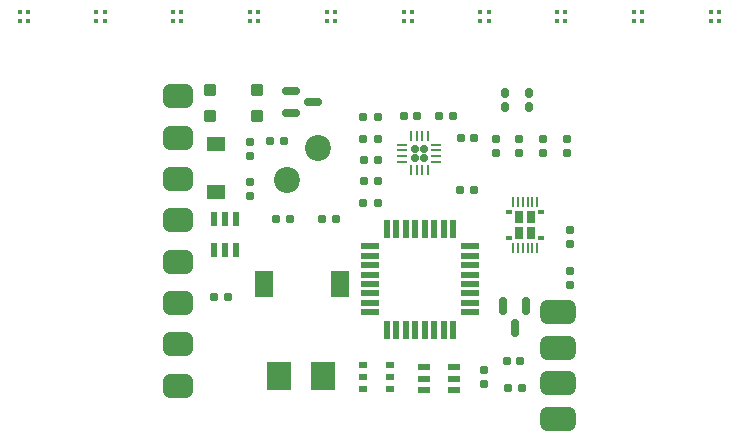
<source format=gtp>
G04 #@! TF.GenerationSoftware,KiCad,Pcbnew,(7.0.0)*
G04 #@! TF.CreationDate,2024-02-07T16:47:37+08:00*
G04 #@! TF.ProjectId,revopod1,7265766f-706f-4643-912e-6b696361645f,rev?*
G04 #@! TF.SameCoordinates,Original*
G04 #@! TF.FileFunction,Paste,Top*
G04 #@! TF.FilePolarity,Positive*
%FSLAX46Y46*%
G04 Gerber Fmt 4.6, Leading zero omitted, Abs format (unit mm)*
G04 Created by KiCad (PCBNEW (7.0.0)) date 2024-02-07 16:47:37*
%MOMM*%
%LPD*%
G01*
G04 APERTURE LIST*
G04 Aperture macros list*
%AMRoundRect*
0 Rectangle with rounded corners*
0 $1 Rounding radius*
0 $2 $3 $4 $5 $6 $7 $8 $9 X,Y pos of 4 corners*
0 Add a 4 corners polygon primitive as box body*
4,1,4,$2,$3,$4,$5,$6,$7,$8,$9,$2,$3,0*
0 Add four circle primitives for the rounded corners*
1,1,$1+$1,$2,$3*
1,1,$1+$1,$4,$5*
1,1,$1+$1,$6,$7*
1,1,$1+$1,$8,$9*
0 Add four rect primitives between the rounded corners*
20,1,$1+$1,$2,$3,$4,$5,0*
20,1,$1+$1,$4,$5,$6,$7,0*
20,1,$1+$1,$6,$7,$8,$9,0*
20,1,$1+$1,$8,$9,$2,$3,0*%
G04 Aperture macros list end*
%ADD10RoundRect,0.160000X0.160000X-0.222500X0.160000X0.222500X-0.160000X0.222500X-0.160000X-0.222500X0*%
%ADD11RoundRect,0.160000X-0.197500X-0.160000X0.197500X-0.160000X0.197500X0.160000X-0.197500X0.160000X0*%
%ADD12RoundRect,0.160000X0.197500X0.160000X-0.197500X0.160000X-0.197500X-0.160000X0.197500X-0.160000X0*%
%ADD13RoundRect,0.160000X-0.160000X-0.160000X0.160000X-0.160000X0.160000X0.160000X-0.160000X0.160000X0*%
%ADD14RoundRect,0.062500X-0.375000X-0.062500X0.375000X-0.062500X0.375000X0.062500X-0.375000X0.062500X0*%
%ADD15RoundRect,0.062500X-0.062500X-0.375000X0.062500X-0.375000X0.062500X0.375000X-0.062500X0.375000X0*%
%ADD16RoundRect,0.087500X0.087500X-0.087500X0.087500X0.087500X-0.087500X0.087500X-0.087500X-0.087500X0*%
%ADD17RoundRect,0.155000X-0.212500X-0.155000X0.212500X-0.155000X0.212500X0.155000X-0.212500X0.155000X0*%
%ADD18RoundRect,0.500000X-1.000000X-0.500000X1.000000X-0.500000X1.000000X0.500000X-1.000000X0.500000X0*%
%ADD19RoundRect,0.155000X0.212500X0.155000X-0.212500X0.155000X-0.212500X-0.155000X0.212500X-0.155000X0*%
%ADD20RoundRect,0.160000X-0.160000X0.197500X-0.160000X-0.197500X0.160000X-0.197500X0.160000X0.197500X0*%
%ADD21R,1.100000X0.600000*%
%ADD22C,2.200000*%
%ADD23R,1.500000X2.200000*%
%ADD24RoundRect,0.160000X0.160000X-0.197500X0.160000X0.197500X-0.160000X0.197500X-0.160000X-0.197500X0*%
%ADD25RoundRect,0.155000X0.155000X-0.212500X0.155000X0.212500X-0.155000X0.212500X-0.155000X-0.212500X0*%
%ADD26RoundRect,0.500000X-0.750000X-0.500000X0.750000X-0.500000X0.750000X0.500000X-0.750000X0.500000X0*%
%ADD27RoundRect,0.150000X-0.587500X-0.150000X0.587500X-0.150000X0.587500X0.150000X-0.587500X0.150000X0*%
%ADD28RoundRect,0.150000X-0.150000X0.587500X-0.150000X-0.587500X0.150000X-0.587500X0.150000X0.587500X0*%
%ADD29R,0.600000X1.200000*%
%ADD30RoundRect,0.100000X-0.400000X-0.400000X0.400000X-0.400000X0.400000X0.400000X-0.400000X0.400000X0*%
%ADD31R,2.000000X2.400000*%
%ADD32R,0.699000X0.508000*%
%ADD33R,1.600000X0.550000*%
%ADD34R,0.550000X1.600000*%
%ADD35R,1.500000X1.300000*%
%ADD36R,0.200000X0.200000*%
%ADD37O,0.200000X0.850000*%
%ADD38R,0.575000X0.400000*%
%ADD39R,0.775000X1.100000*%
G04 APERTURE END LIST*
D10*
X129500000Y-107072500D03*
X129500000Y-105927500D03*
D11*
X117502500Y-108000000D03*
X118697500Y-108000000D03*
D12*
X130900000Y-130900000D03*
X129705000Y-130900000D03*
D13*
X121850000Y-110640000D03*
X121850000Y-111440000D03*
X122650000Y-110640000D03*
X122650000Y-111440000D03*
D14*
X120812500Y-110290000D03*
X120812500Y-110790000D03*
X120812500Y-111290000D03*
X120812500Y-111790000D03*
D15*
X121500000Y-112477500D03*
X122000000Y-112477500D03*
X122500000Y-112477500D03*
X123000000Y-112477500D03*
D14*
X123687500Y-111790000D03*
X123687500Y-111290000D03*
X123687500Y-110790000D03*
X123687500Y-110290000D03*
D15*
X123000000Y-109602500D03*
X122500000Y-109602500D03*
X122000000Y-109602500D03*
X121500000Y-109602500D03*
D12*
X118697500Y-109800000D03*
X117502500Y-109800000D03*
D16*
X127400000Y-99800000D03*
X127400000Y-99100000D03*
X128100000Y-99800000D03*
X128100000Y-99100000D03*
D17*
X129665000Y-128600000D03*
X130800000Y-128600000D03*
D18*
X134000000Y-133500000D03*
X134000000Y-130500000D03*
D19*
X126867500Y-109700000D03*
X125732500Y-109700000D03*
D16*
X107900000Y-99800000D03*
X107900000Y-99100000D03*
X108600000Y-99800000D03*
X108600000Y-99100000D03*
D19*
X122067500Y-107900000D03*
X120932500Y-107900000D03*
D20*
X107900000Y-110067500D03*
X107900000Y-111262500D03*
D12*
X115197500Y-116600000D03*
X114002500Y-116600000D03*
D21*
X122599999Y-129149999D03*
X122599999Y-130099999D03*
X122599999Y-131049999D03*
X125199999Y-131049999D03*
X125199999Y-130099999D03*
X125199999Y-129149999D03*
D12*
X111297500Y-116600000D03*
X110102500Y-116600000D03*
D22*
X113682683Y-110583570D03*
X111051317Y-113308430D03*
D23*
X109099999Y-122099999D03*
X115499999Y-122099999D03*
D24*
X127700000Y-130597500D03*
X127700000Y-129402500D03*
X128710000Y-110997500D03*
X128710000Y-109802500D03*
D12*
X126897500Y-114100000D03*
X125702500Y-114100000D03*
D25*
X107900000Y-114635000D03*
X107900000Y-113500000D03*
D26*
X101800000Y-106200000D03*
X101800000Y-109700000D03*
X101800000Y-113200000D03*
X101800000Y-116700000D03*
X101800000Y-120200000D03*
X101800000Y-123700000D03*
X101800000Y-127200000D03*
X101800000Y-130700000D03*
D12*
X118710000Y-113397500D03*
X117515000Y-113397500D03*
D27*
X111362500Y-105750000D03*
X111362500Y-107650000D03*
X113237500Y-106700000D03*
D16*
X94900000Y-99800000D03*
X94900000Y-99100000D03*
X95600000Y-99800000D03*
X95600000Y-99100000D03*
D28*
X131250000Y-123962500D03*
X129350000Y-123962500D03*
X130300000Y-125837500D03*
D29*
X104849999Y-119199999D03*
X105799999Y-119199999D03*
X106749999Y-119199999D03*
X106749999Y-116599999D03*
X105799999Y-116599999D03*
X104849999Y-116599999D03*
D16*
X120900000Y-99800000D03*
X120900000Y-99100000D03*
X121600000Y-99800000D03*
X121600000Y-99100000D03*
D19*
X106000000Y-123200000D03*
X104865000Y-123200000D03*
D30*
X104500000Y-105700000D03*
X108500000Y-105700000D03*
X104500000Y-107900000D03*
X108500000Y-107900000D03*
D16*
X140400000Y-99800000D03*
X140400000Y-99100000D03*
X141100000Y-99800000D03*
X141100000Y-99100000D03*
D18*
X134000000Y-127500000D03*
X134000000Y-124500000D03*
D25*
X134710000Y-110967500D03*
X134710000Y-109832500D03*
D10*
X131500000Y-107072500D03*
X131500000Y-105927500D03*
D16*
X88400000Y-99800000D03*
X88400000Y-99100000D03*
X89100000Y-99800000D03*
X89100000Y-99100000D03*
D12*
X110797500Y-110000000D03*
X109602500Y-110000000D03*
X118697500Y-115200000D03*
X117502500Y-115200000D03*
D31*
X114049999Y-129899999D03*
X110349999Y-129899999D03*
D24*
X130700000Y-110997500D03*
X130700000Y-109802500D03*
X132690000Y-110997500D03*
X132690000Y-109802500D03*
D16*
X101400000Y-99800000D03*
X101400000Y-99100000D03*
X102100000Y-99800000D03*
X102100000Y-99100000D03*
X133900000Y-99800000D03*
X133900000Y-99100000D03*
X134600000Y-99800000D03*
X134600000Y-99100000D03*
D24*
X135000000Y-118697500D03*
X135000000Y-117502500D03*
D32*
X117437499Y-128971499D03*
X117437499Y-129972499D03*
X117437499Y-130973499D03*
X119762499Y-130973499D03*
X119762499Y-129972499D03*
X119762499Y-128971499D03*
D33*
X126549999Y-124499999D03*
X126549999Y-123699999D03*
X126549999Y-122899999D03*
X126549999Y-122099999D03*
X126549999Y-121299999D03*
X126549999Y-120499999D03*
X126549999Y-119699999D03*
X126549999Y-118899999D03*
D34*
X125099999Y-117449999D03*
X124299999Y-117449999D03*
X123499999Y-117449999D03*
X122699999Y-117449999D03*
X121899999Y-117449999D03*
X121099999Y-117449999D03*
X120299999Y-117449999D03*
X119499999Y-117449999D03*
D33*
X118049999Y-118899999D03*
X118049999Y-119699999D03*
X118049999Y-120499999D03*
X118049999Y-121299999D03*
X118049999Y-122099999D03*
X118049999Y-122899999D03*
X118049999Y-123699999D03*
X118049999Y-124499999D03*
D34*
X119499999Y-125949999D03*
X120299999Y-125949999D03*
X121099999Y-125949999D03*
X121899999Y-125949999D03*
X122699999Y-125949999D03*
X123499999Y-125949999D03*
X124299999Y-125949999D03*
X125099999Y-125949999D03*
D35*
X104999999Y-110249999D03*
X104999999Y-114349999D03*
D19*
X125067500Y-107900000D03*
X123932500Y-107900000D03*
D16*
X114400000Y-99800000D03*
X114400000Y-99100000D03*
X115100000Y-99800000D03*
X115100000Y-99100000D03*
D36*
X132199999Y-114799999D03*
D37*
X132199999Y-115124999D03*
D36*
X131799999Y-114799999D03*
D37*
X131799999Y-115124999D03*
D36*
X131399999Y-114799999D03*
D37*
X131399999Y-115124999D03*
D36*
X130999999Y-114799999D03*
D37*
X130999999Y-115124999D03*
D36*
X130599999Y-114799999D03*
D37*
X130599999Y-115124999D03*
D36*
X130199999Y-114799999D03*
D37*
X130199999Y-115124999D03*
X130199999Y-119074999D03*
D36*
X130199999Y-119399999D03*
D37*
X130599999Y-119074999D03*
D36*
X130599999Y-119399999D03*
D37*
X130999999Y-119074999D03*
D36*
X130999999Y-119399999D03*
D37*
X131399999Y-119074999D03*
D36*
X131399999Y-119399999D03*
D37*
X131799999Y-119074999D03*
D36*
X131799999Y-119399999D03*
D37*
X132199999Y-119074999D03*
D36*
X132199999Y-119399999D03*
D38*
X132564999Y-115999999D03*
X129834999Y-115999999D03*
D39*
X131687499Y-116449999D03*
X130712499Y-116449999D03*
X131687499Y-117749999D03*
X130712499Y-117749999D03*
D38*
X132564999Y-118199999D03*
X129834999Y-118199999D03*
D25*
X135000000Y-122165000D03*
X135000000Y-121030000D03*
D12*
X118710000Y-111597500D03*
X117515000Y-111597500D03*
D16*
X146900000Y-99800000D03*
X146900000Y-99100000D03*
X147600000Y-99800000D03*
X147600000Y-99100000D03*
M02*

</source>
